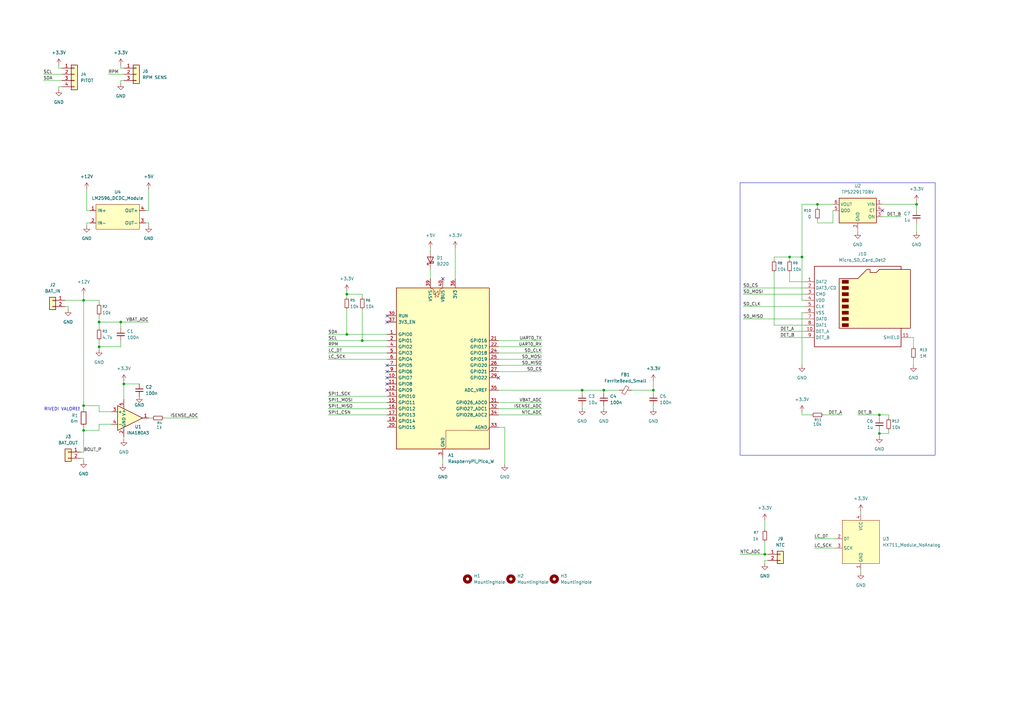
<source format=kicad_sch>
(kicad_sch (version 20250114) (generator "eeschema") (generator_version "9.0")
  (paper "A3")
  (lib_symbols
    (symbol "Amplifier_Current:INA180A3" (pin_names (offset 0.127))
      (property "Reference" "U" (at 3.81 3.81 0))
      (property "Value" "INA180A3" (at 3.81 -2.54 0))
      (symbol "INA180A3_0_1"
        (polyline (pts (xy 5.08 0) (xy -5.08 5.08) (xy -5.08 -5.08) (xy 5.08 0)) (stroke (width 0.254)) (fill (type background)))
      )
      (symbol "INA180A3_1_1"
        (pin input line (at -7.62 2.54 0) (length 2.54) (name "+") (number "3"))
        (pin input line (at -7.62 -2.54 0) (length 2.54) (name "-") (number "4"))
        (pin power_in line (at -2.54 7.62 270) (length 3.81) (name "V+") (number "5"))
        (pin power_in line (at -2.54 -7.62 90) (length 3.81) (name "GND") (number "2"))
        (pin output line (at 7.62 0 180) (length 2.54) (name "~") (number "1"))
      )
    )
    (symbol "Buck:LM2596_DCDC_Module"
      (property "Reference" "U" (at 0 7.112 0))
      (property "Value" "LM2596_DCDC_Module" (at 0 0 0))
      (symbol "LM2596_DCDC_Module_1_1"
        (rectangle (start -8.89 5.08) (end 8.89 -5.08) (fill (type color) (color 255 255 194 1)))
        (pin power_in line (at -11.43 2.54 0) (length 2.54) (name "IN+") (number "1"))
        (pin power_in line (at -11.43 -2.54 0) (length 2.54) (name "IN-") (number "2"))
        (pin power_out line (at 11.43 2.54 180) (length 2.54) (name "OUT+") (number "4"))
        (pin power_out line (at 11.43 -2.54 180) (length 2.54) (name "OUT-") (number "3"))
      )
    )
    (symbol "Connector:Micro_SD_Card_Det2"
      (property "Reference" "J" (at -16.51 17.78 0))
      (property "Value" "Micro_SD_Card_Det2" (at 16.51 17.78 0))
      (symbol "Micro_SD_Card_Det2_0_1"
        (polyline (pts (xy -8.89 -8.89) (xy -8.89 11.43) (xy -1.27 11.43) (xy 2.54 15.24) (xy 3.81 15.24) (xy 3.81 13.97) (xy 6.35 13.97) (xy 7.62 15.24) (xy 20.32 15.24) (xy 20.32 -8.89) (xy -8.89 -8.89)) (stroke (width 0.254)) (fill (type background)))
        (rectangle (start -7.62 10.795) (end -5.08 9.525) (stroke (width 0.254)) (fill (type outline)))
        (rectangle (start -7.62 8.255) (end -5.08 6.985) (stroke (width 0.254)) (fill (type outline)))
        (rectangle (start -7.62 5.715) (end -5.08 4.445) (stroke (width 0.254)) (fill (type outline)))
        (rectangle (start -7.62 3.175) (end -5.08 1.905) (stroke (width 0.254)) (fill (type outline)))
        (rectangle (start -7.62 0.635) (end -5.08 -0.635) (stroke (width 0.254)) (fill (type outline)))
        (rectangle (start -7.62 -1.905) (end -5.08 -3.175) (stroke (width 0.254)) (fill (type outline)))
        (rectangle (start -7.62 -4.445) (end -5.08 -5.715) (stroke (width 0.254)) (fill (type outline)))
        (rectangle (start -7.62 -6.985) (end -5.08 -8.255) (stroke (width 0.254)) (fill (type outline)))
        (polyline (pts (xy 16.51 15.24) (xy 16.51 16.51) (xy -19.05 16.51) (xy -19.05 -16.51) (xy 16.51 -16.51) (xy 16.51 -8.89)) (stroke (width 0.254)))
      )
      (symbol "Micro_SD_Card_Det2_1_1"
        (pin bidirectional line (at -22.86 10.16 0) (length 3.81) (name "DAT2") (number "1"))
        (pin bidirectional line (at -22.86 7.62 0) (length 3.81) (name "DAT3/CD") (number "2"))
        (pin input line (at -22.86 5.08 0) (length 3.81) (name "CMD") (number "3"))
        (pin power_in line (at -22.86 2.54 0) (length 3.81) (name "VDD") (number "4"))
        (pin input line (at -22.86 0 0) (length 3.81) (name "CLK") (number "5"))
        (pin power_in line (at -22.86 -2.54 0) (length 3.81) (name "VSS") (number "6"))
        (pin bidirectional line (at -22.86 -5.08 0) (length 3.81) (name "DAT0") (number "7"))
        (pin bidirectional line (at -22.86 -7.62 0) (length 3.81) (name "DAT1") (number "8"))
        (pin passive line (at -22.86 -10.16 0) (length 3.81) (name "DET_A") (number "10"))
        (pin passive line (at -22.86 -12.7 0) (length 3.81) (name "DET_B") (number "9"))
        (pin passive line (at 20.32 -12.7 180) (length 3.81) (name "SHIELD") (number "11"))
      )
    )
    (symbol "Connector_Generic:Conn_01x02" (pin_names (offset 1.016) (hide yes))
      (property "Reference" "J" (at 0 2.54 0))
      (property "Value" "Conn_01x02" (at 0 -5.08 0))
      (symbol "Conn_01x02_1_1"
        (rectangle (start -1.27 1.27) (end 1.27 -3.81) (stroke (width 0.254)) (fill (type background)))
        (rectangle (start -1.27 0.127) (end 0 -0.127) (stroke (width 0.1524)))
        (rectangle (start -1.27 -2.413) (end 0 -2.667) (stroke (width 0.1524)))
        (pin passive line (at -5.08 0 0) (length 3.81) (name "Pin_1") (number "1"))
        (pin passive line (at -5.08 -2.54 0) (length 3.81) (name "Pin_2") (number "2"))
      )
    )
    (symbol "Connector_Generic:Conn_01x03" (pin_names (offset 1.016) (hide yes))
      (property "Reference" "J" (at 0 5.08 0))
      (property "Value" "Conn_01x03" (at 0 -5.08 0))
      (symbol "Conn_01x03_1_1"
        (rectangle (start -1.27 3.81) (end 1.27 -3.81) (stroke (width 0.254)) (fill (type background)))
        (rectangle (start -1.27 2.667) (end 0 2.413) (stroke (width 0.1524)))
        (rectangle (start -1.27 0.127) (end 0 -0.127) (stroke (width 0.1524)))
        (rectangle (start -1.27 -2.413) (end 0 -2.667) (stroke (width 0.1524)))
        (pin passive line (at -5.08 2.54 0) (length 3.81) (name "Pin_1") (number "1"))
        (pin passive line (at -5.08 0 0) (length 3.81) (name "Pin_2") (number "2"))
        (pin passive line (at -5.08 -2.54 0) (length 3.81) (name "Pin_3") (number "3"))
      )
    )
    (symbol "Connector_Generic:Conn_01x04" (pin_names (offset 1.016) (hide yes))
      (property "Reference" "J" (at 0 5.08 0))
      (property "Value" "Conn_01x04" (at 0 -7.62 0))
      (symbol "Conn_01x04_1_1"
        (rectangle (start -1.27 3.81) (end 1.27 -6.35) (stroke (width 0.254)) (fill (type background)))
        (rectangle (start -1.27 2.667) (end 0 2.413) (stroke (width 0.1524)))
        (rectangle (start -1.27 0.127) (end 0 -0.127) (stroke (width 0.1524)))
        (rectangle (start -1.27 -2.413) (end 0 -2.667) (stroke (width 0.1524)))
        (rectangle (start -1.27 -4.953) (end 0 -5.207) (stroke (width 0.1524)))
        (pin passive line (at -5.08 2.54 0) (length 3.81) (name "Pin_1") (number "1"))
        (pin passive line (at -5.08 0 0) (length 3.81) (name "Pin_2") (number "2"))
        (pin passive line (at -5.08 -2.54 0) (length 3.81) (name "Pin_3") (number "3"))
        (pin passive line (at -5.08 -5.08 0) (length 3.81) (name "Pin_4") (number "4"))
      )
    )
    (symbol "Device:C_Small" (pin_numbers (hide yes)) (pin_names (offset 0.254) (hide yes))
      (property "Reference" "C" (at 0.254 1.778 0))
      (property "Value" "C_Small" (at 0.254 -2.032 0))
      (symbol "C_Small_0_1"
        (polyline (pts (xy -1.524 0.508) (xy 1.524 0.508)) (stroke (width 0.3048)))
        (polyline (pts (xy -1.524 -0.508) (xy 1.524 -0.508)) (stroke (width 0.3302)))
      )
      (symbol "C_Small_1_1"
        (pin passive line (at 0 2.54 270) (length 2.032) (name "~") (number "1"))
        (pin passive line (at 0 -2.54 90) (length 2.032) (name "~") (number "2"))
      )
    )
    (symbol "Device:FerriteBead_Small" (pin_numbers (hide yes)) (pin_names (offset 0))
      (property "Reference" "FB" (at 1.905 1.27 0))
      (property "Value" "FerriteBead_Small" (at 1.905 -1.27 0))
      (symbol "FerriteBead_Small_0_1"
        (polyline (pts (xy -1.8288 0.2794) (xy -1.1176 1.4986) (xy 1.8288 -0.2032) (xy 1.1176 -1.4224) (xy -1.8288 0.2794)))
        (polyline (pts (xy 0 0.889) (xy 0 1.2954)))
        (polyline (pts (xy 0 -1.27) (xy 0 -0.7874)))
      )
      (symbol "FerriteBead_Small_1_1"
        (pin passive line (at 0 2.54 270) (length 1.27) (name "~") (number "1"))
        (pin passive line (at 0 -2.54 90) (length 1.27) (name "~") (number "2"))
      )
    )
    (symbol "Device:R" (pin_numbers (hide yes)) (pin_names (offset 0))
      (property "Reference" "R" (at 2.032 0 90))
      (property "Value" "R" (at 0 0 90))
      (symbol "R_0_1"
        (rectangle (start -1.016 -2.54) (end 1.016 2.54) (stroke (width 0.254)))
      )
      (symbol "R_1_1"
        (pin passive line (at 0 3.81 270) (length 1.27) (name "~") (number "1"))
        (pin passive line (at 0 -3.81 90) (length 1.27) (name "~") (number "2"))
      )
    )
    (symbol "Device:R_Small" (pin_numbers (hide yes)) (pin_names (offset 0.254) (hide yes))
      (property "Reference" "R" (at 0 0 90))
      (property "Value" "R_Small" (at 1.778 0 90))
      (symbol "R_Small_0_1"
        (rectangle (start -0.762 1.778) (end 0.762 -1.778) (stroke (width 0.2032)))
      )
      (symbol "R_Small_1_1"
        (pin passive line (at 0 2.54 270) (length 0.762) (name "~") (number "1"))
        (pin passive line (at 0 -2.54 90) (length 0.762) (name "~") (number "2"))
      )
    )
    (symbol "Diode:B220" (pin_numbers (hide yes)) (pin_names (offset 1.016) (hide yes))
      (property "Reference" "D" (at 0 2.54 0))
      (property "Value" "B220" (at 0 -2.54 0))
      (symbol "B220_0_1"
        (polyline (pts (xy -1.905 0.635) (xy -1.905 1.27) (xy -1.27 1.27) (xy -1.27 -1.27) (xy -0.635 -1.27) (xy -0.635 -0.635)) (stroke (width 0.254)))
        (polyline (pts (xy 1.27 1.27) (xy 1.27 -1.27) (xy -1.27 0) (xy 1.27 1.27)) (stroke (width 0.254)))
        (polyline (pts (xy 1.27 0) (xy -1.27 0)))
      )
      (symbol "B220_1_1"
        (pin passive line (at -3.81 0 0) (length 2.54) (name "K") (number "1"))
        (pin passive line (at 3.81 0 180) (length 2.54) (name "A") (number "2"))
      )
    )
    (symbol "HX1171Module:HX711_Module_NoAnalog"
      (property "Reference" "U" (at 4.064 11.938 0))
      (property "Value" "HX711_Module_NoAnalog" (at 0 0 0))
      (symbol "HX711_Module_NoAnalog_1_1"
        (rectangle (start -7.62 8.89) (end 7.62 -8.89) (fill (type color) (color 255 255 194 1)))
        (pin bidirectional line (at -10.16 1.27 0) (length 2.54) (name "DT") (number "2"))
        (pin input line (at -10.16 -2.54 0) (length 2.54) (name "SCK") (number "3"))
        (pin power_in line (at 0 11.43 270) (length 2.54) (name "VCC") (number "4"))
        (pin power_in line (at 0 -11.43 90) (length 2.54) (name "GND") (number "1"))
      )
    )
    (symbol "MCU_Module:RaspberryPi_Pico_W" (pin_names (offset 0.762))
      (property "Reference" "A" (at -19.05 35.56 0))
      (property "Value" "RaspberryPi_Pico_W" (at 7.62 35.56 0))
      (symbol "RaspberryPi_Pico_W_0_1"
        (rectangle (start -19.05 34.29) (end 19.05 -31.75) (stroke (width 0.254)) (fill (type background)))
        (polyline (pts (xy -5.08 34.29) (xy -3.81 33.655) (xy -3.81 31.75) (xy -3.175 31.75)))
        (polyline (pts (xy -3.429 32.766) (xy -3.429 33.02) (xy -3.175 33.02) (xy -3.175 30.48) (xy -2.921 30.48) (xy -2.921 30.734)))
        (polyline (pts (xy -3.175 31.75) (xy -1.905 33.02) (xy -1.905 30.48) (xy -3.175 31.75)))
        (polyline (pts (xy 0 34.29) (xy -1.27 33.655) (xy -1.27 31.75) (xy -1.905 31.75)))
        (polyline (pts (xy 0 -31.75) (xy 1.27 -31.115) (xy 1.27 -24.13) (xy 18.415 -24.13) (xy 19.05 -22.86)))
      )
      (symbol "RaspberryPi_Pico_W_1_1"
        (pin passive line (at -22.86 22.86 0) (length 3.81) (name "RUN") (number "30"))
        (pin passive line (at -22.86 20.32 0) (length 3.81) (name "3V3_EN") (number "37"))
        (pin bidirectional line (at -22.86 15.24 0) (length 3.81) (name "GPIO0") (number "1"))
        (pin bidirectional line (at -22.86 12.7 0) (length 3.81) (name "GPIO1") (number "2"))
        (pin bidirectional line (at -22.86 10.16 0) (length 3.81) (name "GPIO2") (number "4"))
        (pin bidirectional line (at -22.86 7.62 0) (length 3.81) (name "GPIO3") (number "5"))
        (pin bidirectional line (at -22.86 5.08 0) (length 3.81) (name "GPIO4") (number "6"))
        (pin bidirectional line (at -22.86 2.54 0) (length 3.81) (name "GPIO5") (number "7"))
        (pin bidirectional line (at -22.86 0 0) (length 3.81) (name "GPIO6") (number "9"))
        (pin bidirectional line (at -22.86 -2.54 0) (length 3.81) (name "GPIO7") (number "10"))
        (pin bidirectional line (at -22.86 -5.08 0) (length 3.81) (name "GPIO8") (number "11"))
        (pin bidirectional line (at -22.86 -7.62 0) (length 3.81) (name "GPIO9") (number "12"))
        (pin bidirectional line (at -22.86 -10.16 0) (length 3.81) (name "GPIO10") (number "14"))
        (pin bidirectional line (at -22.86 -12.7 0) (length 3.81) (name "GPIO11") (number "15"))
        (pin bidirectional line (at -22.86 -15.24 0) (length 3.81) (name "GPIO12") (number "16"))
        (pin bidirectional line (at -22.86 -17.78 0) (length 3.81) (name "GPIO13") (number "17"))
        (pin bidirectional line (at -22.86 -20.32 0) (length 3.81) (name "GPIO14") (number "19"))
        (pin bidirectional line (at -22.86 -22.86 0) (length 3.81) (name "GPIO15") (number "20"))
        (pin power_in line (at -5.08 38.1 270) (length 3.81) (name "VSYS") (number "39"))
        (pin power_out line (at 0 38.1 270) (length 3.81) (name "VBUS") (number "40"))
        (pin passive line (at 0 -35.56 90) (length 3.81) (hide yes) (name "GND") (number "13"))
        (pin passive line (at 0 -35.56 90) (length 3.81) (hide yes) (name "GND") (number "18"))
        (pin passive line (at 0 -35.56 90) (length 3.81) (hide yes) (name "GND") (number "23"))
        (pin passive line (at 0 -35.56 90) (length 3.81) (hide yes) (name "GND") (number "28"))
        (pin power_out line (at 0 -35.56 90) (length 3.81) (name "GND") (number "3"))
        (pin passive line (at 0 -35.56 90) (length 3.81) (hide yes) (name "GND") (number "38"))
        (pin passive line (at 0 -35.56 90) (length 3.81) (hide yes) (name "GND") (number "8"))
        (pin power_out line (at 5.08 38.1 270) (length 3.81) (name "3V3") (number "36"))
        (pin bidirectional line (at 22.86 12.7 180) (length 3.81) (name "GPIO16") (number "21"))
        (pin bidirectional line (at 22.86 10.16 180) (length 3.81) (name "GPIO17") (number "22"))
        (pin bidirectional line (at 22.86 7.62 180) (length 3.81) (name "GPIO18") (number "24"))
        (pin bidirectional line (at 22.86 5.08 180) (length 3.81) (name "GPIO19") (number "25"))
        (pin bidirectional line (at 22.86 2.54 180) (length 3.81) (name "GPIO20") (number "26"))
        (pin bidirectional line (at 22.86 0 180) (length 3.81) (name "GPIO21") (number "27"))
        (pin bidirectional line (at 22.86 -2.54 180) (length 3.81) (name "GPIO22") (number "29"))
        (pin power_in line (at 22.86 -7.62 180) (length 3.81) (name "ADC_VREF") (number "35"))
        (pin bidirectional line (at 22.86 -12.7 180) (length 3.81) (name "GPIO26_ADC0") (number "31"))
        (pin bidirectional line (at 22.86 -15.24 180) (length 3.81) (name "GPIO27_ADC1") (number "32"))
        (pin bidirectional line (at 22.86 -17.78 180) (length 3.81) (name "GPIO28_ADC2") (number "34"))
        (pin power_out line (at 22.86 -22.86 180) (length 3.81) (name "AGND") (number "33"))
      )
    )
    (symbol "Mechanical:MountingHole" (pin_names (offset 1.016)) (in_bom no)
      (property "Reference" "H" (at 0 5.08 0))
      (property "Value" "MountingHole" (at 0 3.175 0))
      (symbol "MountingHole_0_1"
        (circle (center 0 0) (radius 1.27) (stroke (width 1.27)))
      )
    )
    (symbol "Power_Management:TPS22917DBV"
      (property "Reference" "U" (at -6.35 6.35 0))
      (property "Value" "TPS22917DBV" (at 2.54 6.35 0))
      (symbol "TPS22917DBV_0_1"
        (rectangle (start -7.62 5.08) (end 7.62 -5.08) (stroke (width 0.254)) (fill (type background)))
      )
      (symbol "TPS22917DBV_1_1"
        (pin power_in line (at -10.16 2.54 0) (length 2.54) (name "VIN") (number "1"))
        (pin output line (at -10.16 0 0) (length 2.54) (name "CT") (number "4"))
        (pin input line (at -10.16 -2.54 0) (length 2.54) (name "ON") (number "3"))
        (pin power_in line (at 0 -7.62 90) (length 2.54) (name "GND") (number "2"))
        (pin power_out line (at 10.16 2.54 180) (length 2.54) (name "VOUT") (number "6"))
        (pin open_collector line (at 10.16 0 180) (length 2.54) (name "QOD") (number "5"))
      )
    )
    (symbol "power:+12V" (power) (pin_numbers (hide yes)) (pin_names (offset 0) (hide yes))
      (property "Value" "+12V" (at 0 3.556 0))
      (symbol "+12V_0_1"
        (polyline (pts (xy -0.762 1.27) (xy 0 2.54)))
        (polyline (pts (xy 0 2.54) (xy 0.762 1.27)))
        (polyline (pts (xy 0 0) (xy 0 2.54)))
      )
      (symbol "+12V_1_1"
        (pin power_in line (at 0 0 90) (length 0) (name "~") (number "1"))
      )
    )
    (symbol "power:+3.3V" (power) (pin_numbers (hide yes)) (pin_names (offset 0) (hide yes))
      (property "Value" "+3.3V" (at 0 3.556 0))
      (symbol "+3.3V_0_1"
        (polyline (pts (xy -0.762 1.27) (xy 0 2.54)))
        (polyline (pts (xy 0 2.54) (xy 0.762 1.27)))
        (polyline (pts (xy 0 0) (xy 0 2.54)))
      )
      (symbol "+3.3V_1_1"
        (pin power_in line (at 0 0 90) (length 0) (name "~") (number "1"))
      )
    )
    (symbol "power:+5V" (power) (pin_numbers (hide yes)) (pin_names (offset 0) (hide yes))
      (property "Value" "+5V" (at 0 3.556 0))
      (symbol "+5V_0_1"
        (polyline (pts (xy -0.762 1.27) (xy 0 2.54)))
        (polyline (pts (xy 0 2.54) (xy 0.762 1.27)))
        (polyline (pts (xy 0 0) (xy 0 2.54)))
      )
      (symbol "+5V_1_1"
        (pin power_in line (at 0 0 90) (length 0) (name "~") (number "1"))
      )
    )
    (symbol "power:GND" (power) (pin_numbers (hide yes)) (pin_names (offset 0) (hide yes))
      (property "Value" "GND" (at 0 -3.81 0))
      (symbol "GND_0_1"
        (polyline (pts (xy 0 0) (xy 0 -1.27) (xy 1.27 -1.27) (xy 0 -2.54) (xy -1.27 -1.27) (xy 0 -1.27)))
      )
      (symbol "GND_1_1"
        (pin power_in line (at 0 0 270) (length 0) (name "~") (number "1"))
      )
    )
  )
  (rectangle (start 303.53 74.93) (end 383.54 186.69))
  (text "RIVEDI VALORE!" (at 25.4 167.894 0) (effects (font (size 1.27 1.27))))
  (junction (at 142.24 120.65))
  (junction (at 142.24 137.16))
  (junction (at 360.68 177.8))
  (junction (at 247.65 160.02))
  (junction (at 238.76 160.02))
  (junction (at 40.64 142.24))
  (junction (at 40.64 132.08))
  (junction (at 50.8 157.48))
  (junction (at 148.59 139.7))
  (junction (at 328.93 105.41))
  (junction (at 375.92 83.82))
  (junction (at 34.29 166.37))
  (junction (at 267.97 160.02))
  (junction (at 34.29 176.53))
  (junction (at 313.69 227.33))
  (junction (at 360.68 170.18))
  (junction (at 34.29 123.19))
  (junction (at 335.28 83.82))
  (junction (at 49.53 132.08))
  (junction (at 323.85 105.41))
  (no_connect (at 158.75 160.02))
  (no_connect (at 204.47 154.94))
  (no_connect (at 158.75 132.08))
  (no_connect (at 158.75 129.54))
  (no_connect (at 158.75 157.48))
  (no_connect (at 361.95 86.36))
  (no_connect (at 181.61 114.3))
  (no_connect (at 158.75 152.4))
  (no_connect (at 158.75 149.86))
  (no_connect (at 158.75 154.94))
  (wire (pts (xy 204.47 165.1) (xy 222.25 165.1)))
  (wire (pts (xy 35.56 86.36) (xy 36.83 86.36)))
  (wire (pts (xy 303.53 227.33) (xy 313.69 227.33)))
  (wire (pts (xy 323.85 105.41) (xy 328.93 105.41)))
  (wire (pts (xy 267.97 156.21) (xy 267.97 160.02)))
  (wire (pts (xy 204.47 147.32) (xy 222.25 147.32)))
  (wire (pts (xy 375.92 83.82) (xy 375.92 86.36)))
  (wire (pts (xy 142.24 137.16) (xy 158.75 137.16)))
  (wire (pts (xy 50.8 33.02) (xy 49.53 33.02)))
  (wire (pts (xy 60.96 91.44) (xy 60.96 92.71)))
  (wire (pts (xy 60.96 91.44) (xy 59.69 91.44)))
  (wire (pts (xy 323.85 115.57) (xy 330.2 115.57)))
  (wire (pts (xy 320.04 138.43) (xy 330.2 138.43)))
  (wire (pts (xy 40.64 173.99) (xy 45.72 173.99)))
  (wire (pts (xy 40.64 123.19) (xy 34.29 123.19)))
  (wire (pts (xy 25.4 27.94) (xy 24.13 27.94)))
  (wire (pts (xy 304.8 125.73) (xy 330.2 125.73)))
  (wire (pts (xy 267.97 160.02) (xy 267.97 161.29)))
  (wire (pts (xy 134.62 165.1) (xy 158.75 165.1)))
  (wire (pts (xy 323.85 106.68) (xy 323.85 105.41)))
  (wire (pts (xy 142.24 127) (xy 142.24 137.16)))
  (wire (pts (xy 35.56 91.44) (xy 36.83 91.44)))
  (wire (pts (xy 33.02 185.42) (xy 34.29 185.42)))
  (wire (pts (xy 40.64 132.08) (xy 40.64 134.62)))
  (wire (pts (xy 204.47 139.7) (xy 222.25 139.7)))
  (wire (pts (xy 317.5 105.41) (xy 317.5 106.68)))
  (wire (pts (xy 142.24 120.65) (xy 142.24 121.92)))
  (wire (pts (xy 328.93 128.27) (xy 330.2 128.27)))
  (wire (pts (xy 204.47 167.64) (xy 222.25 167.64)))
  (wire (pts (xy 364.49 170.18) (xy 364.49 171.45)))
  (wire (pts (xy 328.93 170.18) (xy 328.93 168.91)))
  (wire (pts (xy 34.29 120.65) (xy 34.29 123.19)))
  (wire (pts (xy 49.53 33.02) (xy 49.53 34.29)))
  (wire (pts (xy 360.68 170.18) (xy 360.68 171.45)))
  (wire (pts (xy 176.53 110.49) (xy 176.53 114.3)))
  (wire (pts (xy 364.49 177.8) (xy 360.68 177.8)))
  (wire (pts (xy 341.63 86.36) (xy 341.63 91.44)))
  (wire (pts (xy 369.57 88.9) (xy 361.95 88.9)))
  (wire (pts (xy 50.8 27.94) (xy 49.53 27.94)))
  (wire (pts (xy 364.49 176.53) (xy 364.49 177.8)))
  (wire (pts (xy 353.06 209.55) (xy 353.06 210.82)))
  (wire (pts (xy 374.65 138.43) (xy 373.38 138.43)))
  (wire (pts (xy 328.93 149.86) (xy 328.93 128.27)))
  (wire (pts (xy 148.59 139.7) (xy 158.75 139.7)))
  (wire (pts (xy 375.92 91.44) (xy 375.92 95.25)))
  (wire (pts (xy 334.01 224.79) (xy 342.9 224.79)))
  (wire (pts (xy 314.96 229.87) (xy 313.69 229.87)))
  (wire (pts (xy 360.68 177.8) (xy 360.68 179.07)))
  (wire (pts (xy 238.76 160.02) (xy 238.76 161.29)))
  (wire (pts (xy 335.28 83.82) (xy 335.28 85.09)))
  (wire (pts (xy 24.13 27.94) (xy 24.13 26.67)))
  (wire (pts (xy 204.47 160.02) (xy 238.76 160.02)))
  (wire (pts (xy 238.76 166.37) (xy 238.76 167.64)))
  (wire (pts (xy 247.65 166.37) (xy 247.65 167.64)))
  (wire (pts (xy 335.28 90.17) (xy 335.28 91.44)))
  (wire (pts (xy 49.53 142.24) (xy 40.64 142.24)))
  (wire (pts (xy 40.64 168.91) (xy 45.72 168.91)))
  (wire (pts (xy 247.65 160.02) (xy 254 160.02)))
  (wire (pts (xy 27.94 125.73) (xy 26.67 125.73)))
  (wire (pts (xy 158.75 162.56) (xy 134.62 162.56)))
  (wire (pts (xy 134.62 142.24) (xy 158.75 142.24)))
  (wire (pts (xy 34.29 176.53) (xy 40.64 176.53)))
  (wire (pts (xy 34.29 123.19) (xy 34.29 166.37)))
  (wire (pts (xy 60.96 132.08) (xy 49.53 132.08)))
  (wire (pts (xy 247.65 160.02) (xy 247.65 161.29)))
  (wire (pts (xy 204.47 149.86) (xy 222.25 149.86)))
  (wire (pts (xy 334.01 220.98) (xy 342.9 220.98)))
  (wire (pts (xy 317.5 133.35) (xy 330.2 133.35)))
  (wire (pts (xy 313.69 213.36) (xy 313.69 217.17)))
  (wire (pts (xy 204.47 152.4) (xy 222.25 152.4)))
  (wire (pts (xy 50.8 156.21) (xy 50.8 157.48)))
  (wire (pts (xy 317.5 105.41) (xy 323.85 105.41)))
  (wire (pts (xy 328.93 105.41) (xy 328.93 123.19)))
  (wire (pts (xy 49.53 134.62) (xy 49.53 132.08)))
  (wire (pts (xy 204.47 144.78) (xy 222.25 144.78)))
  (wire (pts (xy 314.96 227.33) (xy 313.69 227.33)))
  (wire (pts (xy 374.65 142.24) (xy 374.65 138.43)))
  (wire (pts (xy 60.96 171.45) (xy 62.23 171.45)))
  (wire (pts (xy 267.97 166.37) (xy 267.97 167.64)))
  (wire (pts (xy 320.04 135.89) (xy 330.2 135.89)))
  (wire (pts (xy 34.29 189.23) (xy 34.29 187.96)))
  (wire (pts (xy 186.69 101.6) (xy 186.69 114.3)))
  (wire (pts (xy 34.29 185.42) (xy 34.29 176.53)))
  (wire (pts (xy 313.69 229.87) (xy 313.69 231.14)))
  (wire (pts (xy 351.79 170.18) (xy 360.68 170.18)))
  (wire (pts (xy 50.8 179.07) (xy 50.8 180.34)))
  (wire (pts (xy 59.69 86.36) (xy 60.96 86.36)))
  (wire (pts (xy 134.62 170.18) (xy 158.75 170.18)))
  (wire (pts (xy 351.79 93.98) (xy 351.79 95.25)))
  (wire (pts (xy 259.08 160.02) (xy 267.97 160.02)))
  (wire (pts (xy 35.56 77.47) (xy 35.56 86.36)))
  (wire (pts (xy 134.62 137.16) (xy 142.24 137.16)))
  (wire (pts (xy 337.82 170.18) (xy 345.44 170.18)))
  (wire (pts (xy 44.45 30.48) (xy 50.8 30.48)))
  (wire (pts (xy 360.68 170.18) (xy 364.49 170.18)))
  (wire (pts (xy 142.24 119.38) (xy 142.24 120.65)))
  (wire (pts (xy 317.5 111.76) (xy 317.5 133.35)))
  (wire (pts (xy 35.56 92.71) (xy 35.56 91.44)))
  (wire (pts (xy 134.62 139.7) (xy 148.59 139.7)))
  (wire (pts (xy 40.64 129.54) (xy 40.64 132.08)))
  (wire (pts (xy 361.95 83.82) (xy 375.92 83.82)))
  (wire (pts (xy 26.67 123.19) (xy 34.29 123.19)))
  (wire (pts (xy 207.01 175.26) (xy 204.47 175.26)))
  (wire (pts (xy 25.4 35.56) (xy 24.13 35.56)))
  (wire (pts (xy 176.53 101.6) (xy 176.53 102.87)))
  (wire (pts (xy 34.29 166.37) (xy 40.64 166.37)))
  (wire (pts (xy 304.8 130.81) (xy 330.2 130.81)))
  (wire (pts (xy 207.01 190.5) (xy 207.01 175.26)))
  (wire (pts (xy 40.64 123.19) (xy 40.64 124.46)))
  (wire (pts (xy 17.78 33.02) (xy 25.4 33.02)))
  (wire (pts (xy 375.92 83.82) (xy 375.92 82.55)))
  (wire (pts (xy 49.53 139.7) (xy 49.53 142.24)))
  (wire (pts (xy 341.63 83.82) (xy 335.28 83.82)))
  (wire (pts (xy 181.61 187.96) (xy 181.61 190.5)))
  (wire (pts (xy 148.59 120.65) (xy 142.24 120.65)))
  (wire (pts (xy 40.64 142.24) (xy 40.64 143.51)))
  (wire (pts (xy 148.59 127) (xy 148.59 139.7)))
  (wire (pts (xy 49.53 27.94) (xy 49.53 26.67)))
  (wire (pts (xy 335.28 91.44) (xy 341.63 91.44)))
  (wire (pts (xy 335.28 83.82) (xy 328.93 83.82)))
  (wire (pts (xy 40.64 139.7) (xy 40.64 142.24)))
  (wire (pts (xy 148.59 121.92) (xy 148.59 120.65)))
  (wire (pts (xy 57.15 157.48) (xy 50.8 157.48)))
  (wire (pts (xy 34.29 176.53) (xy 34.29 175.26)))
  (wire (pts (xy 360.68 176.53) (xy 360.68 177.8)))
  (wire (pts (xy 304.8 120.65) (xy 330.2 120.65)))
  (wire (pts (xy 330.2 123.19) (xy 328.93 123.19)))
  (wire (pts (xy 60.96 86.36) (xy 60.96 77.47)))
  (wire (pts (xy 40.64 132.08) (xy 49.53 132.08)))
  (wire (pts (xy 304.8 118.11) (xy 330.2 118.11)))
  (wire (pts (xy 332.74 170.18) (xy 328.93 170.18)))
  (wire (pts (xy 328.93 83.82) (xy 328.93 105.41)))
  (wire (pts (xy 67.31 171.45) (xy 81.28 171.45)))
  (wire (pts (xy 353.06 233.68) (xy 353.06 234.95)))
  (wire (pts (xy 134.62 167.64) (xy 158.75 167.64)))
  (wire (pts (xy 34.29 166.37) (xy 34.29 167.64)))
  (wire (pts (xy 34.29 187.96) (xy 33.02 187.96)))
  (wire (pts (xy 323.85 111.76) (xy 323.85 115.57)))
  (wire (pts (xy 24.13 35.56) (xy 24.13 36.83)))
  (wire (pts (xy 134.62 147.32) (xy 158.75 147.32)))
  (wire (pts (xy 313.69 222.25) (xy 313.69 227.33)))
  (wire (pts (xy 134.62 144.78) (xy 158.75 144.78)))
  (wire (pts (xy 40.64 166.37) (xy 40.64 168.91)))
  (wire (pts (xy 50.8 157.48) (xy 50.8 163.83)))
  (wire (pts (xy 238.76 160.02) (xy 247.65 160.02)))
  (wire (pts (xy 27.94 127) (xy 27.94 125.73)))
  (wire (pts (xy 374.65 147.32) (xy 374.65 149.86)))
  (wire (pts (xy 17.78 30.48) (xy 25.4 30.48)))
  (wire (pts (xy 204.47 170.18) (xy 222.25 170.18)))
  (wire (pts (xy 204.47 142.24) (xy 222.25 142.24)))
  (wire (pts (xy 40.64 176.53) (xy 40.64 173.99)))
  (label "SPI1_CSN" (at 134.62 170.18 0))
  (label "SCL" (at 134.62 139.7 0))
  (label "SDA" (at 17.78 33.02 0))
  (label "UART0_RX" (at 222.25 142.24 180))
  (label "VBAT_ADC" (at 222.25 165.1 180))
  (label "SD_MISO" (at 304.8 130.81 0))
  (label "LC_DT" (at 334.01 220.98 0))
  (label "SPI1_SCK" (at 134.62 162.56 0))
  (label "RPM" (at 134.62 142.24 0))
  (label "LC_SCK" (at 334.01 224.79 0))
  (label "ISENSE_ADC" (at 81.28 171.45 180))
  (label "DET_A" (at 345.44 170.18 180))
  (label "LC_DT" (at 134.62 144.78 0))
  (label "SCL" (at 17.78 30.48 0))
  (label "VBAT_ADC" (at 60.96 132.08 180))
  (label "SD_MOSI" (at 222.25 147.32 180))
  (label "DET_A" (at 320.04 135.89 0))
  (label "BOUT_P" (at 34.29 185.42 0))
  (label "SD_MOSI" (at 304.8 120.65 0))
  (label "SPI1_MISO" (at 134.62 167.64 0))
  (label "RPM" (at 44.45 30.48 0))
  (label "SD_CS" (at 222.25 152.4 180))
  (label "DET_B" (at 369.57 88.9 180))
  (label "UART0_TX" (at 222.25 139.7 180))
  (label "LC_SCK" (at 134.62 147.32 0))
  (label "NTC_ADC" (at 222.25 170.18 180))
  (label "SD_MISO" (at 222.25 149.86 180))
  (label "SPI1_MOSI" (at 134.62 165.1 0))
  (label "ISENSE_ADC" (at 222.25 167.64 180))
  (label "SD_CS" (at 304.8 118.11 0))
  (label "DET_B" (at 351.79 170.18 0))
  (label "SDA" (at 134.62 137.16 0))
  (label "NTC_ADC" (at 303.53 227.33 0))
  (label "SD_CLK" (at 222.25 144.78 180))
  (label "SD_CLK" (at 304.8 125.73 0))
  (label "DET_B" (at 320.04 138.43 0))
  (symbol (lib_id "power:+3.3V") (at 267.97 156.21 0) (mirror y) (unit 1)
    (property "Reference" "#PWR026" (effects (hide yes)))
    (property "Value" "+3.3V" (at 267.97 151.13 0))
    (property "Description" "Power symbol creates a global label with name \"+3.3V\"" (effects (hide yes)))
  )
  (symbol (lib_id "HX1171Module:HX711_Module_NoAnalog") (at 353.06 222.25 0) (unit 1)
    (property "Reference" "U3" (at 361.95 220.9799 0) (effects (justify left)))
    (property "Value" "HX711_Module_NoAnalog" (at 361.95 223.5199 0) (effects (justify left)))
    (property "Footprint" "HX711Module:HX711_Module_NoAnalog" (effects (hide yes)))
  )
  (symbol (lib_id "power:GND") (at 35.56 92.71 0) (unit 1)
    (property "Reference" "#PWR015" (effects (hide yes)))
    (property "Value" "GND" (at 35.56 97.79 0))
    (property "Description" "Power symbol creates a global label with name \"GND\" , ground" (effects (hide yes)))
  )
  (symbol (lib_id "MCU_Module:RaspberryPi_Pico_W") (at 181.61 152.4 0) (unit 1)
    (property "Reference" "A1" (at 183.7533 186.69 0) (effects (justify left)))
    (property "Value" "RaspberryPi_Pico_W" (at 183.7533 189.23 0) (effects (justify left)))
    (property "Footprint" "Module:RaspberryPi_Pico_Common_THT" (effects (hide yes)))
    (property "Datasheet" "https://datasheets.raspberrypi.com/picow/pico-w-datasheet.pdf" (effects (hide yes)))
    (property "Description" "Versatile and inexpensive wireless microcontroller module powered by RP2040 dual-core Arm Cortex-M0+ processor up to 133 MHz, 264kB SRAM, 2MB QSPI flash, Infineon CYW43439 2.4GHz 802.11n wireless LAN; also supports Raspberry Pi Pico 2 W" (effects (hide yes)))
  )
  (symbol (lib_id "Mechanical:MountingHole") (at 209.55 237.49 0) (unit 1) (in_bom no)
    (property "Reference" "H2" (at 212.09 236.2199 0) (effects (justify left)))
    (property "Value" "MountingHole" (at 212.09 238.7599 0) (effects (justify left)))
    (property "Footprint" "MountingHole:MountingHole_2.2mm_M2_ISO7380" (effects (hide yes)))
    (property "Description" "Mounting Hole without connection" (effects (hide yes)))
  )
  (symbol (lib_id "power:GND") (at 375.92 95.25 0) (mirror y) (unit 1)
    (property "Reference" "#PWR038" (effects (hide yes)))
    (property "Value" "GND" (at 375.92 100.33 0))
    (property "Description" "Power symbol creates a global label with name \"GND\" , ground" (effects (hide yes)))
  )
  (symbol (lib_id "power:GND") (at 360.68 179.07 0) (unit 1)
    (property "Reference" "#PWR035" (effects (hide yes)))
    (property "Value" "GND" (at 360.68 184.15 0))
    (property "Description" "Power symbol creates a global label with name \"GND\" , ground" (effects (hide yes)))
  )
  (symbol (lib_id "power:+12V") (at 34.29 120.65 0) (unit 1)
    (property "Reference" "#PWR05" (effects (hide yes)))
    (property "Value" "+12V" (at 34.29 115.57 0))
    (property "Description" "Power symbol creates a global label with name \"+12V\"" (effects (hide yes)))
  )
  (symbol (lib_id "Connector_Generic:Conn_01x04") (at 30.48 30.48 0) (unit 1)
    (property "Reference" "J4" (at 33.02 30.4799 0) (effects (justify left)))
    (property "Value" "PITOT" (at 33.02 33.0199 0) (effects (justify left)))
    (property "Footprint" "Connector_JST:JST_PH_B4B-PH-K_1x04_P2.00mm_Vertical" (effects (hide yes)))
    (property "Description" "Generic connector, single row, 01x04, script generated (kicad-library-utils/schlib/autogen/connector/)" (effects (hide yes)))
  )
  (symbol (lib_id "Device:C_Small") (at 375.92 88.9 0) (mirror y) (unit 1)
    (property "Reference" "C7" (at 373.38 87.6362 0) (effects (justify left)))
    (property "Value" "1u" (at 373.38 90.1762 0) (effects (justify left)))
    (property "Footprint" "Capacitor_SMD:C_0805_2012Metric_Pad1.18x1.45mm_HandSolder" (effects (hide yes)))
    (property "Description" "Unpolarized capacitor, small symbol" (effects (hide yes)))
  )
  (symbol (lib_id "Device:C_Small") (at 247.65 163.83 0) (mirror y) (unit 1)
    (property "Reference" "C4" (at 250.19 162.5662 0) (effects (justify right)))
    (property "Value" "100n" (at 250.19 165.1062 0) (effects (justify right)))
    (property "Footprint" "Capacitor_SMD:C_0805_2012Metric_Pad1.18x1.45mm_HandSolder" (effects (hide yes)))
    (property "Description" "Unpolarized capacitor, small symbol" (effects (hide yes)))
  )
  (symbol (lib_id "power:+3.3V") (at 24.13 26.67 0) (mirror y) (unit 1)
    (property "Reference" "#PWR01" (effects (hide yes)))
    (property "Value" "+3.3V" (at 24.13 21.59 0))
    (property "Description" "Power symbol creates a global label with name \"+3.3V\"" (effects (hide yes)))
  )
  (symbol (lib_id "power:GND") (at 313.69 231.14 0) (unit 1)
    (property "Reference" "#PWR029" (effects (hide yes)))
    (property "Value" "GND" (at 313.69 236.22 0))
    (property "Description" "Power symbol creates a global label with name \"GND\" , ground" (effects (hide yes)))
  )
  (symbol (lib_id "Device:R_Small") (at 313.69 219.71 0) (unit 1)
    (property "Reference" "R7" (at 311.15 218.4399 0) (effects (font (size 1.016 1.016)) (justify right)))
    (property "Value" "1k" (at 311.15 220.9799 0) (effects (justify right)))
    (property "Footprint" "Resistor_SMD:R_0805_2012Metric_Pad1.20x1.40mm_HandSolder" (effects (hide yes)))
    (property "Description" "Resistor, small symbol" (effects (hide yes)))
  )
  (symbol (lib_id "Connector_Generic:Conn_01x02") (at 27.94 185.42 0) (mirror y) (unit 1)
    (property "Reference" "J3" (at 27.94 179.07 0))
    (property "Value" "BAT_OUT" (at 27.94 181.61 0))
    (property "Footprint" "Connector_AMASS:AMASS_XT60-F_1x02_P7.20mm_Vertical" (effects (hide yes)))
    (property "Description" "Generic connector, single row, 01x02, script generated (kicad-library-utils/schlib/autogen/connector/)" (effects (hide yes)))
  )
  (symbol (lib_id "Device:R_Small") (at 40.64 127 0) (unit 1)
    (property "Reference" "R2" (at 41.91 125.73 0) (effects (font (size 1.016 1.016)) (justify left)))
    (property "Value" "10k" (at 41.91 128.27 0) (effects (justify left)))
    (property "Footprint" "Resistor_SMD:R_0805_2012Metric_Pad1.20x1.40mm_HandSolder" (effects (hide yes)))
    (property "Description" "Resistor, small symbol" (effects (hide yes)))
  )
  (symbol (lib_id "power:GND") (at 328.93 149.86 0) (unit 1)
    (property "Reference" "#PWR030" (effects (hide yes)))
    (property "Value" "GND" (at 328.93 154.94 0))
    (property "Description" "Power symbol creates a global label with name \"GND\" , ground" (effects (hide yes)))
  )
  (symbol (lib_id "power:GND") (at 238.76 167.64 0) (unit 1)
    (property "Reference" "#PWR024" (effects (hide yes)))
    (property "Value" "GND" (at 238.76 172.72 0))
    (property "Description" "Power symbol creates a global label with name \"GND\" , ground" (effects (hide yes)))
  )
  (symbol (lib_id "Device:C_Small") (at 57.15 160.02 0) (unit 1)
    (property "Reference" "C2" (at 59.69 158.7562 0) (effects (justify left)))
    (property "Value" "100n" (at 59.69 161.2962 0) (effects (justify left)))
    (property "Footprint" "Capacitor_SMD:C_0805_2012Metric_Pad1.18x1.45mm_HandSolder" (effects (hide yes)))
    (property "Description" "Unpolarized capacitor, small symbol" (effects (hide yes)))
  )
  (symbol (lib_id "power:+12V") (at 35.56 77.47 0) (unit 1)
    (property "Reference" "#PWR03" (effects (hide yes)))
    (property "Value" "+12V" (at 35.56 72.39 0))
    (property "Description" "Power symbol creates a global label with name \"+12V\"" (effects (hide yes)))
  )
  (symbol (lib_id "Mechanical:MountingHole") (at 191.77 237.49 0) (unit 1) (in_bom no)
    (property "Reference" "H1" (at 194.31 236.2199 0) (effects (justify left)))
    (property "Value" "MountingHole" (at 194.31 238.7599 0) (effects (justify left)))
    (property "Footprint" "MountingHole:MountingHole_2.2mm_M2_ISO7380" (effects (hide yes)))
    (property "Description" "Mounting Hole without connection" (effects (hide yes)))
  )
  (symbol (lib_id "Device:C_Small") (at 360.68 173.99 0) (mirror y) (unit 1)
    (property "Reference" "C6" (at 358.14 172.7262 0) (effects (justify left)))
    (property "Value" "1u" (at 358.14 175.2662 0) (effects (justify left)))
    (property "Footprint" "Capacitor_SMD:C_0805_2012Metric_Pad1.18x1.45mm_HandSolder" (effects (hide yes)))
    (property "Description" "Unpolarized capacitor, small symbol" (effects (hide yes)))
  )
  (symbol (lib_id "power:+3.3V") (at 49.53 26.67 0) (mirror y) (unit 1)
    (property "Reference" "#PWR010" (effects (hide yes)))
    (property "Value" "+3.3V" (at 49.53 21.59 0))
    (property "Description" "Power symbol creates a global label with name \"+3.3V\"" (effects (hide yes)))
  )
  (symbol (lib_id "power:GND") (at 27.94 127 0) (unit 1)
    (property "Reference" "#PWR04" (effects (hide yes)))
    (property "Value" "GND" (at 27.94 132.08 0))
    (property "Description" "Power symbol creates a global label with name \"GND\" , ground" (effects (hide yes)))
  )
  (symbol (lib_id "power:+3.3V") (at 142.24 119.38 0) (mirror y) (unit 1)
    (property "Reference" "#PWR019" (effects (hide yes)))
    (property "Value" "+3.3V" (at 142.24 114.3 0))
    (property "Description" "Power symbol creates a global label with name \"+3.3V\"" (effects (hide yes)))
  )
  (symbol (lib_id "Connector:Micro_SD_Card_Det2") (at 353.06 125.73 0) (unit 1)
    (property "Reference" "J10" (at 353.695 104.14 0))
    (property "Value" "Micro_SD_Card_Det2" (at 353.695 106.68 0))
    (property "Footprint" "Connector_Card:microSD_HC_Molex_104031-0811" (effects (hide yes)))
    (property "Datasheet" "https://www.hirose.com/en/product/document?clcode=&productname=&series=DM3&documenttype=Catalog&lang=en&documentid=D49662_en" (effects (hide yes)))
    (property "Description" "Micro SD Card Socket with two card detection pins" (effects (hide yes)))
  )
  (symbol (lib_id "Connector_Generic:Conn_01x03") (at 55.88 30.48 0) (unit 1)
    (property "Reference" "J6" (at 58.42 29.2099 0) (effects (justify left)))
    (property "Value" "RPM SENS" (at 58.42 31.7499 0) (effects (justify left)))
    (property "Footprint" "Connector_PinSocket_2.54mm:PinSocket_1x03_P2.54mm_Vertical" (effects (hide yes)))
    (property "Description" "Generic connector, single row, 01x03, script generated (kicad-library-utils/schlib/autogen/connector/)" (effects (hide yes)))
  )
  (symbol (lib_id "Device:R_Small") (at 323.85 109.22 0) (unit 1)
    (property "Reference" "R9" (at 325.12 107.95 0) (effects (font (size 1.016 1.016)) (justify left)))
    (property "Value" "10k" (at 325.12 110.49 0) (effects (justify left)))
    (property "Footprint" "Resistor_SMD:R_0805_2012Metric_Pad1.20x1.40mm_HandSolder" (effects (hide yes)))
    (property "Description" "Resistor, small symbol" (effects (hide yes)))
  )
  (symbol (lib_id "power:+5V") (at 60.96 77.47 0) (unit 1)
    (property "Reference" "#PWR09" (effects (hide yes)))
    (property "Value" "+5V" (at 60.96 72.39 0))
    (property "Description" "Power symbol creates a global label with name \"+5V\"" (effects (hide yes)))
  )
  (symbol (lib_id "power:GND") (at 40.64 143.51 0) (unit 1)
    (property "Reference" "#PWR08" (effects (hide yes)))
    (property "Value" "GND" (at 40.64 148.59 0))
    (property "Description" "Power symbol creates a global label with name \"GND\" , ground" (effects (hide yes)))
  )
  (symbol (lib_id "power:GND") (at 374.65 149.86 0) (unit 1)
    (property "Reference" "#PWR036" (effects (hide yes)))
    (property "Value" "GND" (at 374.65 154.94 0))
    (property "Description" "Power symbol creates a global label with name \"GND\" , ground" (effects (hide yes)))
  )
  (symbol (lib_id "power:GND") (at 207.01 190.5 0) (unit 1)
    (property "Reference" "#PWR023" (effects (hide yes)))
    (property "Value" "GND" (at 207.01 195.58 0))
    (property "Description" "Power symbol creates a global label with name \"GND\" , ground" (effects (hide yes)))
  )
  (symbol (lib_id "power:GND") (at 50.8 180.34 0) (unit 1)
    (property "Reference" "#PWR013" (effects (hide yes)))
    (property "Value" "GND" (at 50.8 185.42 0))
    (property "Description" "Power symbol creates a global label with name \"GND\" , ground" (effects (hide yes)))
  )
  (symbol (lib_id "Device:FerriteBead_Small") (at 256.54 160.02 90) (unit 1)
    (property "Reference" "FB1" (at 256.5019 153.67 90))
    (property "Value" "FerriteBead_Small" (at 256.5019 156.21 90))
    (property "Footprint" "Inductor_SMD:L_0805_2012Metric_Pad1.05x1.20mm_HandSolder" (effects (hide yes)))
    (property "Description" "Ferrite bead, small symbol" (effects (hide yes)))
  )
  (symbol (lib_id "Device:R_Small") (at 335.28 87.63 0) (mirror y) (unit 1)
    (property "Reference" "R10" (at 332.74 86.3599 0) (effects (font (size 1.016 1.016)) (justify left)))
    (property "Value" "0" (at 332.74 88.8999 0) (effects (justify left)))
    (property "Footprint" "Resistor_SMD:R_0805_2012Metric_Pad1.20x1.40mm_HandSolder" (effects (hide yes)))
    (property "Description" "Resistor, small symbol" (effects (hide yes)))
  )
  (symbol (lib_id "Amplifier_Current:INA180A3") (at 53.34 171.45 0) (unit 1)
    (property "Reference" "U1" (at 56.642 175.006 0))
    (property "Value" "INA180A3" (at 56.642 177.546 0))
    (property "Footprint" "Package_TO_SOT_SMD:SOT-23-5" (effects (hide yes)))
    (property "Datasheet" "http://www.ti.com/lit/ds/symlink/ina180.pdf" (effects (hide yes)))
    (property "Description" "Current Sense Amplifier, 1 Circuit, Rail-to-Rail, 26V, Gain 100 V/V, SOT-23-5" (effects (hide yes)))
  )
  (symbol (lib_id "power:GND") (at 49.53 34.29 0) (unit 1)
    (property "Reference" "#PWR011" (effects (hide yes)))
    (property "Value" "GND" (at 49.53 39.37 0))
    (property "Description" "Power symbol creates a global label with name \"GND\" , ground" (effects (hide yes)))
  )
  (symbol (lib_id "power:+3.3V") (at 353.06 209.55 0) (mirror y) (unit 1)
    (property "Reference" "#PWR033" (effects (hide yes)))
    (property "Value" "+3.3V" (at 353.06 204.47 0))
    (property "Description" "Power symbol creates a global label with name \"+3.3V\"" (effects (hide yes)))
  )
  (symbol (lib_id "power:GND") (at 60.96 92.71 0) (unit 1)
    (property "Reference" "#PWR07" (effects (hide yes)))
    (property "Value" "GND" (at 60.96 97.79 0))
    (property "Description" "Power symbol creates a global label with name \"GND\" , ground" (effects (hide yes)))
  )
  (symbol (lib_id "Device:C_Small") (at 267.97 163.83 0) (mirror y) (unit 1)
    (property "Reference" "C5" (at 270.51 162.5662 0) (effects (justify right)))
    (property "Value" "100n" (at 270.51 165.1062 0) (effects (justify right)))
    (property "Footprint" "Capacitor_SMD:C_0805_2012Metric_Pad1.18x1.45mm_HandSolder" (effects (hide yes)))
    (property "Description" "Unpolarized capacitor, small symbol" (effects (hide yes)))
  )
  (symbol (lib_id "power:+3.3V") (at 50.8 156.21 0) (mirror y) (unit 1)
    (property "Reference" "#PWR012" (effects (hide yes)))
    (property "Value" "+3.3V" (at 50.8 151.13 0))
    (property "Description" "Power symbol creates a global label with name \"+3.3V\"" (effects (hide yes)))
  )
  (symbol (lib_id "power:GND") (at 351.79 95.25 0) (mirror y) (unit 1)
    (property "Reference" "#PWR032" (effects (hide yes)))
    (property "Value" "GND" (at 351.79 100.33 0))
    (property "Description" "Power symbol creates a global label with name \"GND\" , ground" (effects (hide yes)))
  )
  (symbol (lib_id "power:GND") (at 57.15 162.56 0) (unit 1)
    (property "Reference" "#PWR014" (effects (hide yes)))
    (property "Value" "GND" (at 57.15 166.116 0))
    (property "Description" "Power symbol creates a global label with name \"GND\" , ground" (effects (hide yes)))
  )
  (symbol (lib_id "power:+3.3V") (at 186.69 101.6 0) (mirror y) (unit 1)
    (property "Reference" "#PWR022" (effects (hide yes)))
    (property "Value" "+3.3V" (at 186.69 96.52 0))
    (property "Description" "Power symbol creates a global label with name \"+3.3V\"" (effects (hide yes)))
  )
  (symbol (lib_id "Device:R_Small") (at 142.24 124.46 0) (unit 1)
    (property "Reference" "R5" (at 143.51 123.19 0) (effects (font (size 1.016 1.016)) (justify left)))
    (property "Value" "10k" (at 143.51 125.73 0) (effects (justify left)))
    (property "Footprint" "Resistor_SMD:R_0805_2012Metric_Pad1.20x1.40mm_HandSolder" (effects (hide yes)))
    (property "Description" "Resistor, small symbol" (effects (hide yes)))
  )
  (symbol (lib_id "Connector_Generic:Conn_01x02") (at 21.59 123.19 0) (mirror y) (unit 1)
    (property "Reference" "J2" (at 21.59 116.84 0))
    (property "Value" "BAT_IN" (at 21.59 119.38 0))
    (property "Footprint" "Connector_AMASS:AMASS_XT60-F_1x02_P7.20mm_Vertical" (effects (hide yes)))
    (property "Description" "Generic connector, single row, 01x02, script generated (kicad-library-utils/schlib/autogen/connector/)" (effects (hide yes)))
  )
  (symbol (lib_id "power:GND") (at 247.65 167.64 0) (unit 1)
    (property "Reference" "#PWR025" (effects (hide yes)))
    (property "Value" "GND" (at 247.65 172.72 0))
    (property "Description" "Power symbol creates a global label with name \"GND\" , ground" (effects (hide yes)))
  )
  (symbol (lib_id "Mechanical:MountingHole") (at 227.33 237.49 0) (unit 1) (in_bom no)
    (property "Reference" "H3" (at 229.87 236.2199 0) (effects (justify left)))
    (property "Value" "MountingHole" (at 229.87 238.7599 0) (effects (justify left)))
    (property "Footprint" "MountingHole:MountingHole_2.2mm_M2_ISO7380" (effects (hide yes)))
    (property "Description" "Mounting Hole without connection" (effects (hide yes)))
  )
  (symbol (lib_id "power:+3.3V") (at 328.93 168.91 0) (unit 1)
    (property "Reference" "#PWR031" (effects (hide yes)))
    (property "Value" "+3.3V" (at 328.93 163.83 0))
    (property "Description" "Power symbol creates a global label with name \"+3.3V\"" (effects (hide yes)))
  )
  (symbol (lib_id "Device:R_Small") (at 64.77 171.45 90) (unit 1)
    (property "Reference" "R4" (at 66.548 173.482 90) (effects (font (size 1.016 1.016)) (justify left)))
    (property "Value" "1k" (at 66.548 175.26 90) (effects (justify left)))
    (property "Footprint" "Resistor_SMD:R_0805_2012Metric_Pad1.20x1.40mm_HandSolder" (effects (hide yes)))
    (property "Description" "Resistor, small symbol" (effects (hide yes)))
  )
  (symbol (lib_id "Device:R_Small") (at 148.59 124.46 0) (unit 1)
    (property "Reference" "R6" (at 149.86 123.19 0) (effects (font (size 1.016 1.016)) (justify left)))
    (property "Value" "10k" (at 149.86 125.73 0) (effects (justify left)))
    (property "Footprint" "Resistor_SMD:R_0805_2012Metric_Pad1.20x1.40mm_HandSolder" (effects (hide yes)))
    (property "Description" "Resistor, small symbol" (effects (hide yes)))
  )
  (symbol (lib_id "power:+3.3V") (at 313.69 213.36 0) (mirror y) (unit 1)
    (property "Reference" "#PWR028" (effects (hide yes)))
    (property "Value" "+3.3V" (at 313.69 208.28 0))
    (property "Description" "Power symbol creates a global label with name \"+3.3V\"" (effects (hide yes)))
  )
  (symbol (lib_id "Device:C_Small") (at 49.53 137.16 0) (unit 1)
    (property "Reference" "C1" (at 52.07 135.8962 0) (effects (justify left)))
    (property "Value" "100n" (at 52.07 138.4362 0) (effects (justify left)))
    (property "Footprint" "Capacitor_SMD:C_0805_2012Metric_Pad1.18x1.45mm_HandSolder" (effects (hide yes)))
    (property "Description" "Unpolarized capacitor, small symbol" (effects (hide yes)))
  )
  (symbol (lib_id "Power_Management:TPS22917DBV") (at 351.79 86.36 0) (mirror y) (unit 1)
    (property "Reference" "U2" (at 351.79 76.2 0))
    (property "Value" "TPS22917DBV" (at 351.79 78.74 0))
    (property "Footprint" "Package_TO_SOT_SMD:SOT-23-6" (effects (hide yes)))
    (property "Datasheet" "http://www.ti.com/lit/ds/symlink/tps22917.pdf" (effects (hide yes)))
    (property "Description" "1V to 5.5V, 2A, 80mΩ Ultra-Low Leakage Load Switch, SOT23-6" (effects (hide yes)))
  )
  (symbol (lib_id "Device:R_Small") (at 317.5 109.22 0) (unit 1)
    (property "Reference" "R8" (at 318.77 107.95 0) (effects (font (size 1.016 1.016)) (justify left)))
    (property "Value" "10k" (at 318.77 110.49 0) (effects (justify left)))
    (property "Footprint" "Resistor_SMD:R_0805_2012Metric_Pad1.20x1.40mm_HandSolder" (effects (hide yes)))
    (property "Description" "Resistor, small symbol" (effects (hide yes)))
  )
  (symbol (lib_id "Device:R_Small") (at 374.65 144.78 0) (unit 1)
    (property "Reference" "R13" (at 377.19 143.5099 0) (effects (font (size 1.016 1.016)) (justify left)))
    (property "Value" "1M" (at 377.19 146.0499 0) (effects (justify left)))
    (property "Footprint" "Resistor_SMD:R_0805_2012Metric_Pad1.20x1.40mm_HandSolder" (effects (hide yes)))
    (property "Description" "Resistor, small symbol" (effects (hide yes)))
  )
  (symbol (lib_id "power:GND") (at 353.06 234.95 0) (unit 1)
    (property "Reference" "#PWR034" (effects (hide yes)))
    (property "Value" "GND" (at 353.06 240.03 0))
    (property "Description" "Power symbol creates a global label with name \"GND\" , ground" (effects (hide yes)))
  )
  (symbol (lib_id "Device:R") (at 34.29 171.45 180) (unit 1)
    (property "Reference" "R1" (at 30.734 170.434 0))
    (property "Value" "6m" (at 30.48 172.72 0))
    (property "Footprint" "Resistor_SMD:R_2512_6332Metric_Pad1.40x3.35mm_HandSolder" (effects (hide yes)))
    (property "Description" "Resistor" (effects (hide yes)))
  )
  (symbol (lib_id "power:GND") (at 34.29 189.23 0) (unit 1)
    (property "Reference" "#PWR06" (effects (hide yes)))
    (property "Value" "GND" (at 34.29 194.31 0))
    (property "Description" "Power symbol creates a global label with name \"GND\" , ground" (effects (hide yes)))
  )
  (symbol (lib_id "Device:C_Small") (at 238.76 163.83 0) (mirror y) (unit 1)
    (property "Reference" "C3" (at 241.3 162.5662 0) (effects (justify right)))
    (property "Value" "10u" (at 241.3 165.1062 0) (effects (justify right)))
    (property "Footprint" "Capacitor_SMD:C_0805_2012Metric_Pad1.18x1.45mm_HandSolder" (effects (hide yes)))
    (property "Description" "Unpolarized capacitor, small symbol" (effects (hide yes)))
  )
  (symbol (lib_id "power:GND") (at 181.61 190.5 0) (unit 1)
    (property "Reference" "#PWR021" (effects (hide yes)))
    (property "Value" "GND" (at 181.61 195.58 0))
    (property "Description" "Power symbol creates a global label with name \"GND\" , ground" (effects (hide yes)))
  )
  (symbol (lib_id "power:+3.3V") (at 375.92 82.55 0) (mirror y) (unit 1)
    (property "Reference" "#PWR037" (effects (hide yes)))
    (property "Value" "+3.3V" (at 375.92 77.47 0))
    (property "Description" "Power symbol creates a global label with name \"+3.3V\"" (effects (hide yes)))
  )
  (symbol (lib_id "Connector_Generic:Conn_01x02") (at 320.04 227.33 0) (unit 1)
    (property "Reference" "J9" (at 320.04 220.98 0))
    (property "Value" "NTC" (at 320.04 223.52 0))
    (property "Footprint" "Connector_JST:JST_PH_B2B-PH-K_1x02_P2.00mm_Vertical" (effects (hide yes)))
    (property "Description" "Generic connector, single row, 01x02, script generated (kicad-library-utils/schlib/autogen/connector/)" (effects (hide yes)))
  )
  (symbol (lib_id "Device:R_Small") (at 364.49 173.99 0) (unit 1)
    (property "Reference" "R12" (at 365.76 172.72 0) (effects (font (size 1.016 1.016)) (justify left)))
    (property "Value" "10k" (at 365.76 175.26 0) (effects (justify left)))
    (property "Footprint" "Resistor_SMD:R_0805_2012Metric_Pad1.20x1.40mm_HandSolder" (effects (hide yes)))
    (property "Description" "Resistor, small symbol" (effects (hide yes)))
  )
  (symbol (lib_id "power:GND") (at 24.13 36.83 0) (unit 1)
    (property "Reference" "#PWR02" (effects (hide yes)))
    (property "Value" "GND" (at 24.13 41.91 0))
    (property "Description" "Power symbol creates a global label with name \"GND\" , ground" (effects (hide yes)))
  )
  (symbol (lib_id "power:GND") (at 267.97 167.64 0) (unit 1)
    (property "Reference" "#PWR027" (effects (hide yes)))
    (property "Value" "GND" (at 267.97 172.72 0))
    (property "Description" "Power symbol creates a global label with name \"GND\" , ground" (effects (hide yes)))
  )
  (symbol (lib_id "Device:R_Small") (at 40.64 137.16 0) (unit 1)
    (property "Reference" "R3" (at 41.91 135.89 0) (effects (font (size 1.016 1.016)) (justify left)))
    (property "Value" "4.7k" (at 41.91 138.43 0) (effects (justify left)))
    (property "Footprint" "Resistor_SMD:R_0805_2012Metric_Pad1.20x1.40mm_HandSolder" (effects (hide yes)))
    (property "Description" "Resistor, small symbol" (effects (hide yes)))
  )
  (symbol (lib_id "Diode:B220") (at 176.53 106.68 90) (unit 1)
    (property "Reference" "D1" (at 179.07 105.7274 90) (effects (justify right)))
    (property "Value" "B220" (at 179.07 108.2674 90) (effects (justify right)))
    (property "Footprint" "Diode_SMD:D_SMB" (effects (hide yes)))
    (property "Datasheet" "http://www.jameco.com/Jameco/Products/ProdDS/1538777.pdf" (effects (hide yes)))
    (property "Description" "20V 2A Schottky Barrier Rectifier Diode, SMB" (effects (hide yes)))
  )
  (symbol (lib_id "Device:R_Small") (at 335.28 170.18 90) (unit 1)
    (property "Reference" "R11" (at 337.058 172.212 90) (effects (font (size 1.016 1.016)) (justify left)))
    (property "Value" "10k" (at 337.058 173.99 90) (effects (justify left)))
    (property "Footprint" "Resistor_SMD:R_0805_2012Metric_Pad1.20x1.40mm_HandSolder" (effects (hide yes)))
    (property "Description" "Resistor, small symbol" (effects (hide yes)))
  )
  (symbol (lib_id "Buck:LM2596_DCDC_Module") (at 48.26 88.9 0) (unit 1)
    (property "Reference" "U4" (at 48.26 78.74 0))
    (property "Value" "LM2596_DCDC_Module" (at 48.26 81.28 0))
    (property "Footprint" "Buck:LM2596_DCDC_Module" (effects (hide yes)))
  )
  (symbol (lib_id "power:+5V") (at 176.53 101.6 0) (unit 1)
    (property "Reference" "#PWR020" (effects (hide yes)))
    (property "Value" "+5V" (at 176.53 96.52 0))
    (property "Description" "Power symbol creates a global label with name \"+5V\"" (effects (hide yes)))
  )
)
</source>
